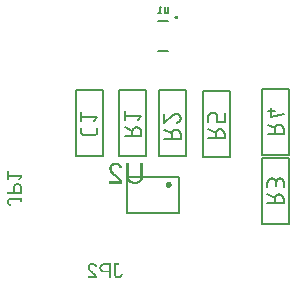
<source format=gbo>
G04 EAGLE Gerber RS-274X export*
G75*
%MOMM*%
%FSLAX34Y34*%
%LPD*%
%INSilkscreen Bottom*%
%IPPOS*%
%AMOC8*
5,1,8,0,0,1.08239X$1,22.5*%
G01*
G04 Define Apertures*
%ADD10C,0.203200*%
%ADD11C,0.127000*%
%ADD12C,0.152400*%
%ADD13C,0.254000*%
G36*
X16453Y92778D02*
X4112Y92778D01*
X4112Y94451D01*
X8920Y94451D01*
X8920Y98077D01*
X8937Y98555D01*
X8985Y99007D01*
X9066Y99433D01*
X9179Y99834D01*
X9324Y100210D01*
X9502Y100559D01*
X9712Y100883D01*
X9954Y101182D01*
X10224Y101450D01*
X10516Y101682D01*
X10830Y101879D01*
X11167Y102039D01*
X11526Y102164D01*
X11908Y102254D01*
X12312Y102307D01*
X12739Y102325D01*
X13169Y102307D01*
X13574Y102254D01*
X13954Y102165D01*
X14309Y102040D01*
X14639Y101880D01*
X14945Y101685D01*
X15225Y101453D01*
X15481Y101186D01*
X15708Y100887D01*
X15906Y100559D01*
X16073Y100201D01*
X16210Y99813D01*
X16316Y99397D01*
X16392Y98951D01*
X16438Y98476D01*
X16453Y97972D01*
X16453Y92778D01*
G37*
%LPC*%
G36*
X15113Y94451D02*
X15113Y97771D01*
X15103Y98118D01*
X15075Y98444D01*
X15029Y98747D01*
X14963Y99027D01*
X14879Y99286D01*
X14776Y99521D01*
X14655Y99734D01*
X14515Y99925D01*
X14356Y100093D01*
X14179Y100239D01*
X13983Y100363D01*
X13768Y100464D01*
X13534Y100542D01*
X13282Y100598D01*
X13011Y100632D01*
X12722Y100643D01*
X12421Y100632D01*
X12141Y100600D01*
X11879Y100545D01*
X11637Y100468D01*
X11415Y100370D01*
X11211Y100249D01*
X11027Y100107D01*
X10863Y99943D01*
X10717Y99757D01*
X10592Y99549D01*
X10485Y99319D01*
X10398Y99067D01*
X10330Y98793D01*
X10282Y98498D01*
X10253Y98180D01*
X10243Y97841D01*
X10243Y94451D01*
X15113Y94451D01*
G37*
%LPD*%
G36*
X5452Y104642D02*
X4112Y104642D01*
X4112Y112376D01*
X5452Y112376D01*
X5452Y109371D01*
X16453Y109371D01*
X16453Y107918D01*
X14447Y105001D01*
X12958Y105001D01*
X14946Y107786D01*
X5452Y107786D01*
X5452Y104642D01*
G37*
G36*
X7177Y82618D02*
X6785Y82702D01*
X6418Y82805D01*
X6076Y82928D01*
X5760Y83071D01*
X5469Y83234D01*
X5203Y83417D01*
X4962Y83620D01*
X4747Y83842D01*
X4557Y84085D01*
X4393Y84347D01*
X4253Y84630D01*
X4139Y84932D01*
X4051Y85254D01*
X3987Y85597D01*
X3950Y85959D01*
X3937Y86341D01*
X3953Y86752D01*
X4001Y87141D01*
X4082Y87507D01*
X4194Y87852D01*
X4339Y88173D01*
X4516Y88472D01*
X4725Y88749D01*
X4966Y89003D01*
X5235Y89231D01*
X5528Y89429D01*
X5846Y89596D01*
X6187Y89732D01*
X6552Y89839D01*
X6941Y89915D01*
X7354Y89960D01*
X7791Y89975D01*
X16453Y89975D01*
X16453Y85938D01*
X15086Y85938D01*
X15086Y88311D01*
X7756Y88311D01*
X7462Y88303D01*
X7188Y88278D01*
X6931Y88237D01*
X6692Y88180D01*
X6472Y88106D01*
X6270Y88016D01*
X6086Y87909D01*
X5921Y87786D01*
X5774Y87648D01*
X5647Y87499D01*
X5539Y87337D01*
X5451Y87164D01*
X5382Y86978D01*
X5334Y86781D01*
X5304Y86571D01*
X5294Y86349D01*
X5303Y86146D01*
X5330Y85951D01*
X5374Y85765D01*
X5437Y85587D01*
X5517Y85419D01*
X5615Y85259D01*
X5730Y85108D01*
X5864Y84966D01*
X6013Y84834D01*
X6176Y84714D01*
X6354Y84607D01*
X6545Y84512D01*
X6750Y84430D01*
X6969Y84360D01*
X7202Y84302D01*
X7449Y84256D01*
X7177Y82618D01*
G37*
G36*
X112082Y101705D02*
X111539Y101717D01*
X111014Y101755D01*
X110508Y101818D01*
X110020Y101906D01*
X109549Y102019D01*
X109097Y102157D01*
X108664Y102320D01*
X108248Y102508D01*
X107853Y102720D01*
X107482Y102955D01*
X107133Y103212D01*
X106807Y103491D01*
X106504Y103793D01*
X106224Y104117D01*
X105967Y104464D01*
X105733Y104833D01*
X105525Y105222D01*
X105344Y105630D01*
X105191Y106055D01*
X105066Y106498D01*
X104969Y106960D01*
X104900Y107439D01*
X104858Y107937D01*
X104844Y108452D01*
X104844Y119236D01*
X107175Y119236D01*
X107175Y108587D01*
X107195Y107995D01*
X107256Y107440D01*
X107357Y106921D01*
X107498Y106439D01*
X107680Y105993D01*
X107903Y105584D01*
X108166Y105212D01*
X108469Y104876D01*
X108809Y104578D01*
X109181Y104320D01*
X109586Y104102D01*
X110023Y103924D01*
X110492Y103785D01*
X110994Y103686D01*
X111528Y103626D01*
X112094Y103606D01*
X112645Y103625D01*
X113162Y103683D01*
X113646Y103779D01*
X114097Y103913D01*
X114514Y104085D01*
X114898Y104296D01*
X115249Y104545D01*
X115566Y104833D01*
X115848Y105158D01*
X116092Y105518D01*
X116299Y105914D01*
X116468Y106345D01*
X116599Y106812D01*
X116693Y107315D01*
X116750Y107853D01*
X116768Y108428D01*
X116768Y119236D01*
X119112Y119236D01*
X119112Y108231D01*
X119098Y107731D01*
X119057Y107248D01*
X118989Y106783D01*
X118894Y106336D01*
X118771Y105906D01*
X118622Y105494D01*
X118445Y105099D01*
X118241Y104723D01*
X118012Y104365D01*
X117761Y104030D01*
X117487Y103717D01*
X117192Y103425D01*
X116874Y103156D01*
X116534Y102908D01*
X116172Y102682D01*
X115787Y102478D01*
X115383Y102296D01*
X114962Y102139D01*
X114524Y102007D01*
X114070Y101898D01*
X113598Y101813D01*
X113110Y101753D01*
X112604Y101717D01*
X112082Y101705D01*
G37*
G36*
X101630Y101950D02*
X90184Y101950D01*
X90184Y103827D01*
X99201Y103827D01*
X98988Y104261D01*
X98717Y104703D01*
X98387Y105153D01*
X97999Y105612D01*
X97546Y106089D01*
X97020Y106595D01*
X96423Y107129D01*
X95754Y107691D01*
X94575Y108666D01*
X93604Y109504D01*
X92839Y110206D01*
X92282Y110771D01*
X91856Y111268D01*
X91486Y111764D01*
X91172Y112261D01*
X90914Y112758D01*
X90713Y113256D01*
X90569Y113755D01*
X90519Y114005D01*
X90483Y114256D01*
X90461Y114507D01*
X90454Y114758D01*
X90476Y115309D01*
X90542Y115828D01*
X90651Y116314D01*
X90805Y116768D01*
X91003Y117190D01*
X91244Y117579D01*
X91529Y117936D01*
X91859Y118260D01*
X92229Y118549D01*
X92637Y118800D01*
X93082Y119012D01*
X93565Y119185D01*
X94087Y119320D01*
X94645Y119416D01*
X95242Y119474D01*
X95876Y119493D01*
X96458Y119474D01*
X97012Y119417D01*
X97540Y119321D01*
X98040Y119187D01*
X98514Y119014D01*
X98960Y118803D01*
X99379Y118554D01*
X99772Y118267D01*
X100130Y117947D01*
X100450Y117600D01*
X100729Y117227D01*
X100969Y116828D01*
X101169Y116402D01*
X101330Y115950D01*
X101451Y115472D01*
X101532Y114966D01*
X99275Y114758D01*
X99223Y115095D01*
X99148Y115412D01*
X99049Y115710D01*
X98927Y115989D01*
X98781Y116249D01*
X98611Y116489D01*
X98418Y116710D01*
X98201Y116911D01*
X97965Y117091D01*
X97713Y117246D01*
X97446Y117378D01*
X97163Y117486D01*
X96865Y117570D01*
X96551Y117630D01*
X96221Y117666D01*
X95876Y117678D01*
X95515Y117665D01*
X95175Y117629D01*
X94855Y117567D01*
X94555Y117481D01*
X94275Y117371D01*
X94016Y117236D01*
X93776Y117077D01*
X93558Y116893D01*
X93362Y116686D01*
X93193Y116460D01*
X93049Y116214D01*
X92932Y115948D01*
X92841Y115662D01*
X92776Y115356D01*
X92737Y115030D01*
X92724Y114684D01*
X92731Y114424D01*
X92754Y114171D01*
X92792Y113924D01*
X92845Y113684D01*
X92913Y113452D01*
X92996Y113226D01*
X93095Y113007D01*
X93208Y112795D01*
X93469Y112382D01*
X93768Y111979D01*
X94104Y111585D01*
X94478Y111200D01*
X95311Y110440D01*
X96238Y109679D01*
X97218Y108886D01*
X98207Y108029D01*
X98698Y107571D01*
X99178Y107087D01*
X99646Y106577D01*
X100103Y106041D01*
X100536Y105471D01*
X100935Y104859D01*
X101300Y104205D01*
X101630Y103508D01*
X101630Y101950D01*
G37*
G36*
X91628Y22012D02*
X89955Y22012D01*
X89955Y26820D01*
X86329Y26820D01*
X85851Y26837D01*
X85399Y26885D01*
X84973Y26966D01*
X84572Y27079D01*
X84197Y27224D01*
X83847Y27402D01*
X83523Y27612D01*
X83224Y27854D01*
X82956Y28124D01*
X82724Y28416D01*
X82528Y28730D01*
X82367Y29067D01*
X82242Y29426D01*
X82153Y29808D01*
X82099Y30212D01*
X82081Y30639D01*
X82099Y31069D01*
X82152Y31474D01*
X82241Y31854D01*
X82366Y32209D01*
X82526Y32539D01*
X82722Y32845D01*
X82953Y33125D01*
X83220Y33381D01*
X83519Y33608D01*
X83848Y33806D01*
X84206Y33973D01*
X84593Y34110D01*
X85009Y34216D01*
X85455Y34292D01*
X85930Y34338D01*
X86434Y34353D01*
X91628Y34353D01*
X91628Y22012D01*
G37*
%LPC*%
G36*
X89955Y28143D02*
X89955Y33013D01*
X86636Y33013D01*
X86288Y33003D01*
X85962Y32975D01*
X85659Y32929D01*
X85379Y32863D01*
X85121Y32779D01*
X84885Y32676D01*
X84672Y32555D01*
X84481Y32415D01*
X84313Y32256D01*
X84167Y32079D01*
X84043Y31883D01*
X83942Y31668D01*
X83864Y31434D01*
X83808Y31182D01*
X83774Y30911D01*
X83763Y30622D01*
X83774Y30321D01*
X83807Y30041D01*
X83861Y29779D01*
X83938Y29537D01*
X84037Y29315D01*
X84157Y29111D01*
X84299Y28927D01*
X84464Y28763D01*
X84650Y28617D01*
X84858Y28492D01*
X85088Y28385D01*
X85339Y28298D01*
X85613Y28230D01*
X85909Y28182D01*
X86226Y28153D01*
X86566Y28143D01*
X89955Y28143D01*
G37*
%LPD*%
G36*
X80229Y22012D02*
X72057Y22012D01*
X72057Y23352D01*
X78494Y23352D01*
X78342Y23662D01*
X78148Y23977D01*
X77913Y24299D01*
X77636Y24626D01*
X77313Y24967D01*
X76938Y25328D01*
X76511Y25709D01*
X76033Y26111D01*
X75192Y26807D01*
X74498Y27405D01*
X73953Y27906D01*
X73555Y28309D01*
X73251Y28664D01*
X72986Y29019D01*
X72762Y29374D01*
X72578Y29728D01*
X72434Y30084D01*
X72332Y30440D01*
X72270Y30797D01*
X72250Y31156D01*
X72265Y31549D01*
X72312Y31920D01*
X72391Y32267D01*
X72500Y32591D01*
X72641Y32892D01*
X72814Y33170D01*
X73017Y33425D01*
X73252Y33656D01*
X73517Y33863D01*
X73808Y34042D01*
X74126Y34193D01*
X74471Y34317D01*
X74843Y34413D01*
X75242Y34482D01*
X75668Y34523D01*
X76121Y34537D01*
X76536Y34523D01*
X76932Y34482D01*
X77308Y34414D01*
X77666Y34318D01*
X78004Y34195D01*
X78322Y34044D01*
X78622Y33866D01*
X78902Y33661D01*
X79158Y33432D01*
X79386Y33185D01*
X79586Y32919D01*
X79757Y32634D01*
X79900Y32330D01*
X80014Y32007D01*
X80101Y31665D01*
X80159Y31305D01*
X78547Y31156D01*
X78510Y31396D01*
X78456Y31623D01*
X78386Y31836D01*
X78298Y32035D01*
X78194Y32220D01*
X78073Y32392D01*
X77935Y32549D01*
X77781Y32693D01*
X77612Y32821D01*
X77432Y32933D01*
X77241Y33027D01*
X77039Y33104D01*
X76826Y33163D01*
X76602Y33206D01*
X76367Y33232D01*
X76121Y33240D01*
X75863Y33232D01*
X75620Y33205D01*
X75391Y33162D01*
X75177Y33100D01*
X74977Y33021D01*
X74792Y32925D01*
X74622Y32811D01*
X74466Y32680D01*
X74326Y32533D01*
X74205Y32371D01*
X74103Y32195D01*
X74019Y32005D01*
X73954Y31801D01*
X73907Y31583D01*
X73879Y31350D01*
X73870Y31103D01*
X73892Y30737D01*
X73956Y30390D01*
X74065Y30062D01*
X74216Y29755D01*
X74402Y29460D01*
X74616Y29172D01*
X74856Y28891D01*
X75122Y28616D01*
X75717Y28073D01*
X76379Y27530D01*
X77079Y26964D01*
X77785Y26352D01*
X78136Y26025D01*
X78478Y25680D01*
X78812Y25316D01*
X79138Y24933D01*
X79448Y24526D01*
X79733Y24089D01*
X79993Y23622D01*
X80229Y23124D01*
X80229Y22012D01*
G37*
G36*
X98066Y21837D02*
X97654Y21853D01*
X97265Y21901D01*
X96899Y21982D01*
X96555Y22094D01*
X96233Y22239D01*
X95934Y22416D01*
X95657Y22625D01*
X95403Y22866D01*
X95175Y23135D01*
X94978Y23428D01*
X94811Y23746D01*
X94674Y24087D01*
X94568Y24452D01*
X94492Y24841D01*
X94446Y25254D01*
X94431Y25691D01*
X94431Y34353D01*
X98469Y34353D01*
X98469Y32986D01*
X96095Y32986D01*
X96095Y25656D01*
X96103Y25362D01*
X96128Y25088D01*
X96169Y24831D01*
X96226Y24592D01*
X96300Y24372D01*
X96391Y24170D01*
X96497Y23986D01*
X96620Y23821D01*
X96758Y23674D01*
X96907Y23547D01*
X97069Y23439D01*
X97242Y23351D01*
X97428Y23282D01*
X97626Y23234D01*
X97835Y23204D01*
X98057Y23194D01*
X98261Y23203D01*
X98455Y23230D01*
X98642Y23274D01*
X98819Y23337D01*
X98987Y23417D01*
X99147Y23515D01*
X99298Y23630D01*
X99441Y23764D01*
X99573Y23913D01*
X99692Y24076D01*
X99799Y24254D01*
X99894Y24445D01*
X99976Y24650D01*
X100047Y24869D01*
X100105Y25102D01*
X100150Y25349D01*
X101788Y25077D01*
X101705Y24685D01*
X101601Y24318D01*
X101478Y23976D01*
X101335Y23660D01*
X101172Y23369D01*
X100989Y23103D01*
X100787Y22862D01*
X100564Y22647D01*
X100321Y22457D01*
X100059Y22293D01*
X99776Y22153D01*
X99474Y22039D01*
X99152Y21951D01*
X98810Y21887D01*
X98448Y21850D01*
X98066Y21837D01*
G37*
G36*
X145667Y243039D02*
X145827Y243425D01*
X146081Y243757D01*
X146412Y244011D01*
X146798Y244171D01*
X147213Y244225D01*
X147627Y244171D01*
X148013Y244011D01*
X148344Y243757D01*
X148598Y243425D01*
X148758Y243039D01*
X148813Y242625D01*
X148758Y242211D01*
X148598Y241825D01*
X148344Y241493D01*
X148013Y241239D01*
X147627Y241079D01*
X147213Y241025D01*
X146798Y241079D01*
X146412Y241239D01*
X146081Y241493D01*
X145827Y241825D01*
X145667Y242211D01*
X145612Y242625D01*
X145667Y243039D01*
G37*
D10*
X131806Y214050D02*
X140394Y214050D01*
X140394Y239450D02*
X131806Y239450D01*
D11*
X140275Y247776D02*
X140275Y251261D01*
X140276Y247776D02*
X140274Y247705D01*
X140268Y247633D01*
X140259Y247563D01*
X140246Y247493D01*
X140229Y247423D01*
X140208Y247355D01*
X140184Y247288D01*
X140156Y247222D01*
X140125Y247158D01*
X140090Y247095D01*
X140052Y247035D01*
X140011Y246976D01*
X139967Y246920D01*
X139920Y246866D01*
X139871Y246815D01*
X139818Y246767D01*
X139763Y246721D01*
X139706Y246679D01*
X139646Y246639D01*
X139585Y246603D01*
X139521Y246570D01*
X139456Y246541D01*
X139390Y246515D01*
X139322Y246492D01*
X139253Y246473D01*
X139183Y246458D01*
X139113Y246447D01*
X139042Y246439D01*
X138971Y246435D01*
X138899Y246435D01*
X138828Y246439D01*
X138757Y246447D01*
X138687Y246458D01*
X138617Y246473D01*
X138548Y246492D01*
X138480Y246515D01*
X138414Y246541D01*
X138349Y246570D01*
X138285Y246603D01*
X138224Y246639D01*
X138164Y246679D01*
X138107Y246721D01*
X138052Y246767D01*
X137999Y246815D01*
X137950Y246866D01*
X137903Y246920D01*
X137859Y246976D01*
X137818Y247035D01*
X137780Y247095D01*
X137745Y247158D01*
X137714Y247222D01*
X137686Y247288D01*
X137662Y247355D01*
X137641Y247423D01*
X137624Y247493D01*
X137611Y247563D01*
X137602Y247633D01*
X137596Y247705D01*
X137594Y247776D01*
X137594Y251261D01*
X134606Y250189D02*
X133265Y251261D01*
X133265Y246435D01*
X131925Y246435D02*
X134606Y246435D01*
D12*
X121330Y125710D02*
X98470Y125710D01*
X98470Y181590D01*
X121330Y181590D01*
X121330Y125710D01*
X117458Y142045D02*
X103742Y142045D01*
X117458Y142045D02*
X117458Y145855D01*
X117456Y145977D01*
X117450Y146099D01*
X117440Y146221D01*
X117427Y146342D01*
X117409Y146463D01*
X117388Y146583D01*
X117362Y146703D01*
X117333Y146821D01*
X117301Y146939D01*
X117264Y147056D01*
X117224Y147171D01*
X117180Y147285D01*
X117132Y147397D01*
X117081Y147508D01*
X117026Y147617D01*
X116968Y147725D01*
X116906Y147830D01*
X116841Y147933D01*
X116773Y148035D01*
X116701Y148134D01*
X116627Y148230D01*
X116549Y148325D01*
X116468Y148416D01*
X116385Y148506D01*
X116299Y148592D01*
X116209Y148675D01*
X116118Y148756D01*
X116023Y148834D01*
X115927Y148908D01*
X115828Y148980D01*
X115726Y149048D01*
X115623Y149113D01*
X115518Y149175D01*
X115410Y149233D01*
X115301Y149288D01*
X115190Y149339D01*
X115078Y149387D01*
X114964Y149431D01*
X114849Y149471D01*
X114732Y149508D01*
X114614Y149540D01*
X114496Y149569D01*
X114376Y149595D01*
X114256Y149616D01*
X114135Y149634D01*
X114014Y149647D01*
X113892Y149657D01*
X113770Y149663D01*
X113648Y149665D01*
X113526Y149663D01*
X113404Y149657D01*
X113282Y149647D01*
X113161Y149634D01*
X113040Y149616D01*
X112920Y149595D01*
X112800Y149569D01*
X112682Y149540D01*
X112564Y149508D01*
X112447Y149471D01*
X112332Y149431D01*
X112218Y149387D01*
X112106Y149339D01*
X111995Y149288D01*
X111886Y149233D01*
X111778Y149175D01*
X111673Y149113D01*
X111570Y149048D01*
X111468Y148980D01*
X111369Y148908D01*
X111273Y148834D01*
X111178Y148756D01*
X111087Y148675D01*
X110997Y148592D01*
X110911Y148506D01*
X110828Y148416D01*
X110747Y148325D01*
X110669Y148230D01*
X110595Y148134D01*
X110523Y148035D01*
X110455Y147933D01*
X110390Y147830D01*
X110328Y147725D01*
X110270Y147617D01*
X110215Y147508D01*
X110164Y147397D01*
X110116Y147285D01*
X110072Y147171D01*
X110032Y147056D01*
X109995Y146939D01*
X109963Y146821D01*
X109934Y146703D01*
X109908Y146583D01*
X109887Y146463D01*
X109869Y146342D01*
X109856Y146221D01*
X109846Y146099D01*
X109840Y145977D01*
X109838Y145855D01*
X109838Y142045D01*
X109838Y146617D02*
X103742Y149665D01*
X114410Y155635D02*
X117458Y159445D01*
X103742Y159445D01*
X103742Y155635D02*
X103742Y163255D01*
X84930Y181590D02*
X62070Y181590D01*
X84930Y181590D02*
X84930Y125710D01*
X62070Y125710D01*
X62070Y181590D01*
X66592Y149210D02*
X66592Y146162D01*
X66594Y146053D01*
X66600Y145945D01*
X66609Y145836D01*
X66623Y145728D01*
X66640Y145621D01*
X66662Y145514D01*
X66687Y145408D01*
X66715Y145303D01*
X66748Y145199D01*
X66784Y145097D01*
X66824Y144996D01*
X66867Y144896D01*
X66914Y144798D01*
X66965Y144701D01*
X67019Y144607D01*
X67076Y144514D01*
X67136Y144424D01*
X67200Y144335D01*
X67267Y144249D01*
X67336Y144166D01*
X67409Y144085D01*
X67485Y144007D01*
X67563Y143931D01*
X67644Y143858D01*
X67727Y143789D01*
X67813Y143722D01*
X67902Y143658D01*
X67992Y143598D01*
X68085Y143541D01*
X68179Y143487D01*
X68276Y143436D01*
X68374Y143389D01*
X68474Y143346D01*
X68575Y143306D01*
X68677Y143270D01*
X68781Y143237D01*
X68886Y143209D01*
X68992Y143184D01*
X69099Y143162D01*
X69206Y143145D01*
X69314Y143131D01*
X69423Y143122D01*
X69531Y143116D01*
X69640Y143114D01*
X77260Y143114D01*
X77369Y143116D01*
X77477Y143122D01*
X77586Y143131D01*
X77694Y143145D01*
X77801Y143162D01*
X77908Y143184D01*
X78014Y143209D01*
X78119Y143237D01*
X78223Y143270D01*
X78325Y143306D01*
X78426Y143346D01*
X78526Y143389D01*
X78624Y143436D01*
X78721Y143487D01*
X78815Y143541D01*
X78908Y143598D01*
X78998Y143658D01*
X79087Y143722D01*
X79173Y143789D01*
X79256Y143858D01*
X79337Y143931D01*
X79415Y144007D01*
X79491Y144085D01*
X79564Y144166D01*
X79633Y144249D01*
X79700Y144335D01*
X79764Y144424D01*
X79824Y144514D01*
X79881Y144607D01*
X79935Y144701D01*
X79986Y144798D01*
X80033Y144896D01*
X80076Y144996D01*
X80116Y145097D01*
X80152Y145199D01*
X80185Y145303D01*
X80213Y145408D01*
X80238Y145514D01*
X80260Y145621D01*
X80277Y145728D01*
X80291Y145836D01*
X80300Y145945D01*
X80306Y146053D01*
X80308Y146162D01*
X80308Y149210D01*
X77260Y154566D02*
X80308Y158376D01*
X66592Y158376D01*
X66592Y154566D02*
X66592Y162186D01*
X132870Y125710D02*
X155730Y125710D01*
X132870Y125710D02*
X132870Y181590D01*
X155730Y181590D01*
X155730Y125710D01*
X150858Y140045D02*
X137142Y140045D01*
X150858Y140045D02*
X150858Y143855D01*
X150856Y143977D01*
X150850Y144099D01*
X150840Y144221D01*
X150827Y144342D01*
X150809Y144463D01*
X150788Y144583D01*
X150762Y144703D01*
X150733Y144821D01*
X150701Y144939D01*
X150664Y145056D01*
X150624Y145171D01*
X150580Y145285D01*
X150532Y145397D01*
X150481Y145508D01*
X150426Y145617D01*
X150368Y145725D01*
X150306Y145830D01*
X150241Y145933D01*
X150173Y146035D01*
X150101Y146134D01*
X150027Y146230D01*
X149949Y146325D01*
X149868Y146416D01*
X149785Y146506D01*
X149699Y146592D01*
X149609Y146675D01*
X149518Y146756D01*
X149423Y146834D01*
X149327Y146908D01*
X149228Y146980D01*
X149126Y147048D01*
X149023Y147113D01*
X148918Y147175D01*
X148810Y147233D01*
X148701Y147288D01*
X148590Y147339D01*
X148478Y147387D01*
X148364Y147431D01*
X148249Y147471D01*
X148132Y147508D01*
X148014Y147540D01*
X147896Y147569D01*
X147776Y147595D01*
X147656Y147616D01*
X147535Y147634D01*
X147414Y147647D01*
X147292Y147657D01*
X147170Y147663D01*
X147048Y147665D01*
X146926Y147663D01*
X146804Y147657D01*
X146682Y147647D01*
X146561Y147634D01*
X146440Y147616D01*
X146320Y147595D01*
X146200Y147569D01*
X146082Y147540D01*
X145964Y147508D01*
X145847Y147471D01*
X145732Y147431D01*
X145618Y147387D01*
X145506Y147339D01*
X145395Y147288D01*
X145286Y147233D01*
X145178Y147175D01*
X145073Y147113D01*
X144970Y147048D01*
X144868Y146980D01*
X144769Y146908D01*
X144673Y146834D01*
X144578Y146756D01*
X144487Y146675D01*
X144397Y146592D01*
X144311Y146506D01*
X144228Y146416D01*
X144147Y146325D01*
X144069Y146230D01*
X143995Y146134D01*
X143923Y146035D01*
X143855Y145933D01*
X143790Y145830D01*
X143728Y145725D01*
X143670Y145617D01*
X143615Y145508D01*
X143564Y145397D01*
X143516Y145285D01*
X143472Y145171D01*
X143432Y145056D01*
X143395Y144939D01*
X143363Y144821D01*
X143334Y144703D01*
X143308Y144583D01*
X143287Y144463D01*
X143269Y144342D01*
X143256Y144221D01*
X143246Y144099D01*
X143240Y143977D01*
X143238Y143855D01*
X143238Y140045D01*
X143238Y144617D02*
X137142Y147665D01*
X147429Y161255D02*
X147544Y161253D01*
X147658Y161247D01*
X147772Y161238D01*
X147886Y161224D01*
X147999Y161207D01*
X148112Y161186D01*
X148224Y161162D01*
X148335Y161133D01*
X148445Y161101D01*
X148554Y161065D01*
X148661Y161026D01*
X148768Y160983D01*
X148872Y160936D01*
X148976Y160886D01*
X149077Y160833D01*
X149176Y160776D01*
X149274Y160716D01*
X149370Y160653D01*
X149463Y160587D01*
X149554Y160517D01*
X149643Y160445D01*
X149729Y160369D01*
X149813Y160291D01*
X149894Y160210D01*
X149972Y160126D01*
X150048Y160040D01*
X150120Y159951D01*
X150190Y159860D01*
X150256Y159767D01*
X150319Y159671D01*
X150379Y159573D01*
X150436Y159474D01*
X150489Y159373D01*
X150539Y159269D01*
X150586Y159165D01*
X150629Y159058D01*
X150668Y158951D01*
X150704Y158842D01*
X150736Y158732D01*
X150765Y158621D01*
X150789Y158509D01*
X150810Y158396D01*
X150827Y158283D01*
X150841Y158169D01*
X150850Y158055D01*
X150856Y157941D01*
X150858Y157826D01*
X150856Y157694D01*
X150850Y157562D01*
X150840Y157431D01*
X150826Y157300D01*
X150809Y157169D01*
X150787Y157039D01*
X150762Y156909D01*
X150732Y156781D01*
X150699Y156653D01*
X150662Y156527D01*
X150621Y156401D01*
X150577Y156277D01*
X150528Y156154D01*
X150477Y156033D01*
X150421Y155913D01*
X150362Y155795D01*
X150300Y155679D01*
X150234Y155565D01*
X150164Y155453D01*
X150091Y155343D01*
X150015Y155235D01*
X149936Y155130D01*
X149854Y155027D01*
X149769Y154926D01*
X149680Y154828D01*
X149589Y154733D01*
X149495Y154640D01*
X149398Y154551D01*
X149299Y154464D01*
X149197Y154380D01*
X149093Y154300D01*
X148986Y154222D01*
X148877Y154148D01*
X148766Y154077D01*
X148652Y154009D01*
X148537Y153945D01*
X148420Y153885D01*
X148301Y153827D01*
X148181Y153774D01*
X148059Y153724D01*
X147935Y153678D01*
X147810Y153635D01*
X144762Y160112D02*
X144846Y160197D01*
X144932Y160279D01*
X145021Y160359D01*
X145113Y160435D01*
X145206Y160509D01*
X145303Y160579D01*
X145401Y160647D01*
X145502Y160711D01*
X145605Y160771D01*
X145709Y160829D01*
X145815Y160883D01*
X145924Y160933D01*
X146033Y160980D01*
X146144Y161024D01*
X146257Y161063D01*
X146370Y161100D01*
X146485Y161132D01*
X146601Y161161D01*
X146718Y161186D01*
X146835Y161207D01*
X146953Y161224D01*
X147072Y161238D01*
X147191Y161247D01*
X147310Y161253D01*
X147429Y161255D01*
X144762Y160112D02*
X137142Y153635D01*
X137142Y161255D01*
X219820Y123740D02*
X242680Y123740D01*
X242680Y67860D01*
X219820Y67860D01*
X219820Y123740D01*
X224342Y85195D02*
X238058Y85195D01*
X238058Y89005D01*
X238056Y89127D01*
X238050Y89249D01*
X238040Y89371D01*
X238027Y89492D01*
X238009Y89613D01*
X237988Y89733D01*
X237962Y89853D01*
X237933Y89971D01*
X237901Y90089D01*
X237864Y90206D01*
X237824Y90321D01*
X237780Y90435D01*
X237732Y90547D01*
X237681Y90658D01*
X237626Y90767D01*
X237568Y90875D01*
X237506Y90980D01*
X237441Y91083D01*
X237373Y91185D01*
X237301Y91284D01*
X237227Y91380D01*
X237149Y91475D01*
X237068Y91566D01*
X236985Y91656D01*
X236899Y91742D01*
X236809Y91825D01*
X236718Y91906D01*
X236623Y91984D01*
X236527Y92058D01*
X236428Y92130D01*
X236326Y92198D01*
X236223Y92263D01*
X236118Y92325D01*
X236010Y92383D01*
X235901Y92438D01*
X235790Y92489D01*
X235678Y92537D01*
X235564Y92581D01*
X235449Y92621D01*
X235332Y92658D01*
X235214Y92690D01*
X235096Y92719D01*
X234976Y92745D01*
X234856Y92766D01*
X234735Y92784D01*
X234614Y92797D01*
X234492Y92807D01*
X234370Y92813D01*
X234248Y92815D01*
X234126Y92813D01*
X234004Y92807D01*
X233882Y92797D01*
X233761Y92784D01*
X233640Y92766D01*
X233520Y92745D01*
X233400Y92719D01*
X233282Y92690D01*
X233164Y92658D01*
X233047Y92621D01*
X232932Y92581D01*
X232818Y92537D01*
X232706Y92489D01*
X232595Y92438D01*
X232486Y92383D01*
X232378Y92325D01*
X232273Y92263D01*
X232170Y92198D01*
X232068Y92130D01*
X231969Y92058D01*
X231873Y91984D01*
X231778Y91906D01*
X231687Y91825D01*
X231597Y91742D01*
X231511Y91656D01*
X231428Y91566D01*
X231347Y91475D01*
X231269Y91380D01*
X231195Y91284D01*
X231123Y91185D01*
X231055Y91083D01*
X230990Y90980D01*
X230928Y90875D01*
X230870Y90767D01*
X230815Y90658D01*
X230764Y90547D01*
X230716Y90435D01*
X230672Y90321D01*
X230632Y90206D01*
X230595Y90089D01*
X230563Y89971D01*
X230534Y89853D01*
X230508Y89733D01*
X230487Y89613D01*
X230469Y89492D01*
X230456Y89371D01*
X230446Y89249D01*
X230440Y89127D01*
X230438Y89005D01*
X230438Y85195D01*
X230438Y89767D02*
X224342Y92815D01*
X224342Y98785D02*
X224342Y102595D01*
X224344Y102717D01*
X224350Y102839D01*
X224360Y102961D01*
X224373Y103082D01*
X224391Y103203D01*
X224412Y103323D01*
X224438Y103443D01*
X224467Y103561D01*
X224499Y103679D01*
X224536Y103796D01*
X224576Y103911D01*
X224620Y104025D01*
X224668Y104137D01*
X224719Y104248D01*
X224774Y104357D01*
X224832Y104465D01*
X224894Y104570D01*
X224959Y104673D01*
X225027Y104775D01*
X225099Y104874D01*
X225173Y104970D01*
X225251Y105065D01*
X225332Y105156D01*
X225415Y105246D01*
X225501Y105332D01*
X225591Y105415D01*
X225682Y105496D01*
X225777Y105574D01*
X225873Y105648D01*
X225972Y105720D01*
X226074Y105788D01*
X226177Y105853D01*
X226282Y105915D01*
X226390Y105973D01*
X226499Y106028D01*
X226610Y106079D01*
X226722Y106127D01*
X226836Y106171D01*
X226951Y106211D01*
X227068Y106248D01*
X227186Y106280D01*
X227304Y106309D01*
X227424Y106335D01*
X227544Y106356D01*
X227665Y106374D01*
X227786Y106387D01*
X227908Y106397D01*
X228030Y106403D01*
X228152Y106405D01*
X228274Y106403D01*
X228396Y106397D01*
X228518Y106387D01*
X228639Y106374D01*
X228760Y106356D01*
X228880Y106335D01*
X229000Y106309D01*
X229118Y106280D01*
X229236Y106248D01*
X229353Y106211D01*
X229468Y106171D01*
X229582Y106127D01*
X229694Y106079D01*
X229805Y106028D01*
X229914Y105973D01*
X230022Y105915D01*
X230127Y105853D01*
X230230Y105788D01*
X230332Y105720D01*
X230431Y105648D01*
X230527Y105574D01*
X230622Y105496D01*
X230713Y105415D01*
X230803Y105332D01*
X230889Y105246D01*
X230972Y105156D01*
X231053Y105065D01*
X231131Y104970D01*
X231205Y104874D01*
X231277Y104775D01*
X231345Y104673D01*
X231410Y104570D01*
X231472Y104465D01*
X231530Y104357D01*
X231585Y104248D01*
X231636Y104137D01*
X231684Y104025D01*
X231728Y103911D01*
X231768Y103796D01*
X231805Y103679D01*
X231837Y103561D01*
X231866Y103443D01*
X231892Y103323D01*
X231913Y103203D01*
X231931Y103082D01*
X231944Y102961D01*
X231954Y102839D01*
X231960Y102717D01*
X231962Y102595D01*
X238058Y103357D02*
X238058Y98785D01*
X238058Y103357D02*
X238056Y103466D01*
X238050Y103574D01*
X238041Y103683D01*
X238027Y103791D01*
X238010Y103898D01*
X237988Y104005D01*
X237963Y104111D01*
X237935Y104216D01*
X237902Y104320D01*
X237866Y104422D01*
X237826Y104523D01*
X237783Y104623D01*
X237736Y104721D01*
X237685Y104818D01*
X237631Y104912D01*
X237574Y105005D01*
X237514Y105095D01*
X237450Y105184D01*
X237383Y105270D01*
X237314Y105353D01*
X237241Y105434D01*
X237165Y105512D01*
X237087Y105588D01*
X237006Y105661D01*
X236923Y105730D01*
X236837Y105797D01*
X236748Y105861D01*
X236658Y105921D01*
X236565Y105978D01*
X236471Y106032D01*
X236374Y106083D01*
X236276Y106130D01*
X236176Y106173D01*
X236075Y106213D01*
X235973Y106249D01*
X235869Y106282D01*
X235764Y106310D01*
X235658Y106335D01*
X235551Y106357D01*
X235444Y106374D01*
X235336Y106388D01*
X235227Y106397D01*
X235119Y106403D01*
X235010Y106405D01*
X234901Y106403D01*
X234793Y106397D01*
X234684Y106388D01*
X234576Y106374D01*
X234469Y106357D01*
X234362Y106335D01*
X234256Y106310D01*
X234151Y106282D01*
X234047Y106249D01*
X233945Y106213D01*
X233844Y106173D01*
X233744Y106130D01*
X233646Y106083D01*
X233549Y106032D01*
X233455Y105978D01*
X233362Y105921D01*
X233272Y105861D01*
X233183Y105797D01*
X233097Y105730D01*
X233014Y105661D01*
X232933Y105588D01*
X232855Y105512D01*
X232779Y105434D01*
X232706Y105353D01*
X232637Y105270D01*
X232570Y105184D01*
X232506Y105095D01*
X232446Y105005D01*
X232389Y104912D01*
X232335Y104818D01*
X232284Y104721D01*
X232237Y104623D01*
X232194Y104523D01*
X232154Y104422D01*
X232118Y104320D01*
X232085Y104216D01*
X232057Y104111D01*
X232032Y104005D01*
X232010Y103898D01*
X231993Y103791D01*
X231979Y103683D01*
X231970Y103574D01*
X231964Y103466D01*
X231962Y103357D01*
X231962Y100309D01*
X242680Y126010D02*
X219820Y126010D01*
X219820Y181890D01*
X242680Y181890D01*
X242680Y126010D01*
X238158Y144345D02*
X224442Y144345D01*
X238158Y144345D02*
X238158Y148155D01*
X238156Y148277D01*
X238150Y148399D01*
X238140Y148521D01*
X238127Y148642D01*
X238109Y148763D01*
X238088Y148883D01*
X238062Y149003D01*
X238033Y149121D01*
X238001Y149239D01*
X237964Y149356D01*
X237924Y149471D01*
X237880Y149585D01*
X237832Y149697D01*
X237781Y149808D01*
X237726Y149917D01*
X237668Y150025D01*
X237606Y150130D01*
X237541Y150233D01*
X237473Y150335D01*
X237401Y150434D01*
X237327Y150530D01*
X237249Y150625D01*
X237168Y150716D01*
X237085Y150806D01*
X236999Y150892D01*
X236909Y150975D01*
X236818Y151056D01*
X236723Y151134D01*
X236627Y151208D01*
X236528Y151280D01*
X236426Y151348D01*
X236323Y151413D01*
X236218Y151475D01*
X236110Y151533D01*
X236001Y151588D01*
X235890Y151639D01*
X235778Y151687D01*
X235664Y151731D01*
X235549Y151771D01*
X235432Y151808D01*
X235314Y151840D01*
X235196Y151869D01*
X235076Y151895D01*
X234956Y151916D01*
X234835Y151934D01*
X234714Y151947D01*
X234592Y151957D01*
X234470Y151963D01*
X234348Y151965D01*
X234226Y151963D01*
X234104Y151957D01*
X233982Y151947D01*
X233861Y151934D01*
X233740Y151916D01*
X233620Y151895D01*
X233500Y151869D01*
X233382Y151840D01*
X233264Y151808D01*
X233147Y151771D01*
X233032Y151731D01*
X232918Y151687D01*
X232806Y151639D01*
X232695Y151588D01*
X232586Y151533D01*
X232478Y151475D01*
X232373Y151413D01*
X232270Y151348D01*
X232168Y151280D01*
X232069Y151208D01*
X231973Y151134D01*
X231878Y151056D01*
X231787Y150975D01*
X231697Y150892D01*
X231611Y150806D01*
X231528Y150716D01*
X231447Y150625D01*
X231369Y150530D01*
X231295Y150434D01*
X231223Y150335D01*
X231155Y150233D01*
X231090Y150130D01*
X231028Y150025D01*
X230970Y149917D01*
X230915Y149808D01*
X230864Y149697D01*
X230816Y149585D01*
X230772Y149471D01*
X230732Y149356D01*
X230695Y149239D01*
X230663Y149121D01*
X230634Y149003D01*
X230608Y148883D01*
X230587Y148763D01*
X230569Y148642D01*
X230556Y148521D01*
X230546Y148399D01*
X230540Y148277D01*
X230538Y148155D01*
X230538Y144345D01*
X230538Y148917D02*
X224442Y151965D01*
X227490Y157935D02*
X238158Y160983D01*
X227490Y157935D02*
X227490Y165555D01*
X230538Y163269D02*
X224442Y163269D01*
X192680Y180040D02*
X169820Y180040D01*
X192680Y180040D02*
X192680Y124160D01*
X169820Y124160D01*
X169820Y180040D01*
X174342Y140495D02*
X188058Y140495D01*
X188058Y144305D01*
X188056Y144427D01*
X188050Y144549D01*
X188040Y144671D01*
X188027Y144792D01*
X188009Y144913D01*
X187988Y145033D01*
X187962Y145153D01*
X187933Y145271D01*
X187901Y145389D01*
X187864Y145506D01*
X187824Y145621D01*
X187780Y145735D01*
X187732Y145847D01*
X187681Y145958D01*
X187626Y146067D01*
X187568Y146175D01*
X187506Y146280D01*
X187441Y146383D01*
X187373Y146485D01*
X187301Y146584D01*
X187227Y146680D01*
X187149Y146775D01*
X187068Y146866D01*
X186985Y146956D01*
X186899Y147042D01*
X186809Y147125D01*
X186718Y147206D01*
X186623Y147284D01*
X186527Y147358D01*
X186428Y147430D01*
X186326Y147498D01*
X186223Y147563D01*
X186118Y147625D01*
X186010Y147683D01*
X185901Y147738D01*
X185790Y147789D01*
X185678Y147837D01*
X185564Y147881D01*
X185449Y147921D01*
X185332Y147958D01*
X185214Y147990D01*
X185096Y148019D01*
X184976Y148045D01*
X184856Y148066D01*
X184735Y148084D01*
X184614Y148097D01*
X184492Y148107D01*
X184370Y148113D01*
X184248Y148115D01*
X184126Y148113D01*
X184004Y148107D01*
X183882Y148097D01*
X183761Y148084D01*
X183640Y148066D01*
X183520Y148045D01*
X183400Y148019D01*
X183282Y147990D01*
X183164Y147958D01*
X183047Y147921D01*
X182932Y147881D01*
X182818Y147837D01*
X182706Y147789D01*
X182595Y147738D01*
X182486Y147683D01*
X182378Y147625D01*
X182273Y147563D01*
X182170Y147498D01*
X182068Y147430D01*
X181969Y147358D01*
X181873Y147284D01*
X181778Y147206D01*
X181687Y147125D01*
X181597Y147042D01*
X181511Y146956D01*
X181428Y146866D01*
X181347Y146775D01*
X181269Y146680D01*
X181195Y146584D01*
X181123Y146485D01*
X181055Y146383D01*
X180990Y146280D01*
X180928Y146175D01*
X180870Y146067D01*
X180815Y145958D01*
X180764Y145847D01*
X180716Y145735D01*
X180672Y145621D01*
X180632Y145506D01*
X180595Y145389D01*
X180563Y145271D01*
X180534Y145153D01*
X180508Y145033D01*
X180487Y144913D01*
X180469Y144792D01*
X180456Y144671D01*
X180446Y144549D01*
X180440Y144427D01*
X180438Y144305D01*
X180438Y140495D01*
X180438Y145067D02*
X174342Y148115D01*
X174342Y154085D02*
X174342Y158657D01*
X174344Y158766D01*
X174350Y158874D01*
X174359Y158983D01*
X174373Y159091D01*
X174390Y159198D01*
X174412Y159305D01*
X174437Y159411D01*
X174465Y159516D01*
X174498Y159620D01*
X174534Y159722D01*
X174574Y159823D01*
X174617Y159923D01*
X174664Y160021D01*
X174715Y160118D01*
X174769Y160212D01*
X174826Y160305D01*
X174886Y160395D01*
X174950Y160484D01*
X175017Y160570D01*
X175086Y160653D01*
X175159Y160734D01*
X175235Y160812D01*
X175313Y160888D01*
X175394Y160961D01*
X175477Y161030D01*
X175563Y161097D01*
X175652Y161161D01*
X175742Y161221D01*
X175835Y161278D01*
X175929Y161332D01*
X176026Y161383D01*
X176124Y161430D01*
X176224Y161473D01*
X176325Y161513D01*
X176427Y161549D01*
X176531Y161582D01*
X176636Y161610D01*
X176742Y161635D01*
X176849Y161657D01*
X176956Y161674D01*
X177064Y161688D01*
X177173Y161697D01*
X177281Y161703D01*
X177390Y161705D01*
X178914Y161705D01*
X179023Y161703D01*
X179131Y161697D01*
X179240Y161688D01*
X179348Y161674D01*
X179455Y161657D01*
X179562Y161635D01*
X179668Y161610D01*
X179773Y161582D01*
X179877Y161549D01*
X179979Y161513D01*
X180080Y161473D01*
X180180Y161430D01*
X180278Y161383D01*
X180375Y161332D01*
X180469Y161278D01*
X180562Y161221D01*
X180652Y161161D01*
X180741Y161097D01*
X180827Y161030D01*
X180910Y160961D01*
X180991Y160888D01*
X181069Y160812D01*
X181145Y160734D01*
X181218Y160653D01*
X181287Y160570D01*
X181354Y160484D01*
X181418Y160395D01*
X181478Y160305D01*
X181535Y160212D01*
X181589Y160118D01*
X181640Y160021D01*
X181687Y159923D01*
X181730Y159823D01*
X181770Y159722D01*
X181806Y159620D01*
X181839Y159516D01*
X181867Y159411D01*
X181892Y159305D01*
X181914Y159198D01*
X181931Y159091D01*
X181945Y158983D01*
X181954Y158874D01*
X181960Y158766D01*
X181962Y158657D01*
X181962Y154085D01*
X188058Y154085D01*
X188058Y161705D01*
X149650Y107450D02*
X105650Y107450D01*
X105650Y77450D01*
X149650Y77450D01*
X149650Y107450D01*
D13*
X139080Y101340D02*
X139082Y101411D01*
X139088Y101482D01*
X139098Y101553D01*
X139112Y101623D01*
X139130Y101692D01*
X139151Y101759D01*
X139177Y101826D01*
X139206Y101891D01*
X139238Y101954D01*
X139275Y102016D01*
X139314Y102075D01*
X139357Y102132D01*
X139403Y102186D01*
X139452Y102238D01*
X139504Y102287D01*
X139558Y102333D01*
X139615Y102376D01*
X139674Y102415D01*
X139736Y102452D01*
X139799Y102484D01*
X139864Y102513D01*
X139931Y102539D01*
X139998Y102560D01*
X140067Y102578D01*
X140137Y102592D01*
X140208Y102602D01*
X140279Y102608D01*
X140350Y102610D01*
X140421Y102608D01*
X140492Y102602D01*
X140563Y102592D01*
X140633Y102578D01*
X140702Y102560D01*
X140769Y102539D01*
X140836Y102513D01*
X140901Y102484D01*
X140964Y102452D01*
X141026Y102415D01*
X141085Y102376D01*
X141142Y102333D01*
X141196Y102287D01*
X141248Y102238D01*
X141297Y102186D01*
X141343Y102132D01*
X141386Y102075D01*
X141425Y102016D01*
X141462Y101954D01*
X141494Y101891D01*
X141523Y101826D01*
X141549Y101759D01*
X141570Y101692D01*
X141588Y101623D01*
X141602Y101553D01*
X141612Y101482D01*
X141618Y101411D01*
X141620Y101340D01*
X141618Y101269D01*
X141612Y101198D01*
X141602Y101127D01*
X141588Y101057D01*
X141570Y100988D01*
X141549Y100921D01*
X141523Y100854D01*
X141494Y100789D01*
X141462Y100726D01*
X141425Y100664D01*
X141386Y100605D01*
X141343Y100548D01*
X141297Y100494D01*
X141248Y100442D01*
X141196Y100393D01*
X141142Y100347D01*
X141085Y100304D01*
X141026Y100265D01*
X140964Y100228D01*
X140901Y100196D01*
X140836Y100167D01*
X140769Y100141D01*
X140702Y100120D01*
X140633Y100102D01*
X140563Y100088D01*
X140492Y100078D01*
X140421Y100072D01*
X140350Y100070D01*
X140279Y100072D01*
X140208Y100078D01*
X140137Y100088D01*
X140067Y100102D01*
X139998Y100120D01*
X139931Y100141D01*
X139864Y100167D01*
X139799Y100196D01*
X139736Y100228D01*
X139674Y100265D01*
X139615Y100304D01*
X139558Y100347D01*
X139504Y100393D01*
X139452Y100442D01*
X139403Y100494D01*
X139357Y100548D01*
X139314Y100605D01*
X139275Y100664D01*
X139238Y100726D01*
X139206Y100789D01*
X139177Y100854D01*
X139151Y100921D01*
X139130Y100988D01*
X139112Y101057D01*
X139098Y101127D01*
X139088Y101198D01*
X139082Y101269D01*
X139080Y101340D01*
M02*

</source>
